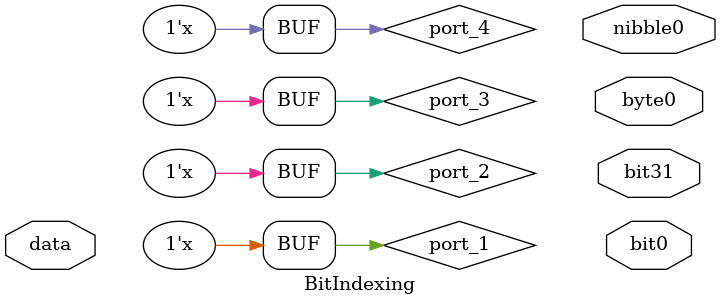
<source format=sv>

module BitIndexing (
input wire [31:0] data,
output wire bit0,
output wire bit31,
output wire [3:0] nibble0,
output wire [7:0] byte0
);

assign port_1 = port_0[0]    ;
assign port_2 = port_0[31]    ;
assign port_3 = port_0[3:0]    ;
assign port_4 = port_0[7:0]    ;

endmodule


</source>
